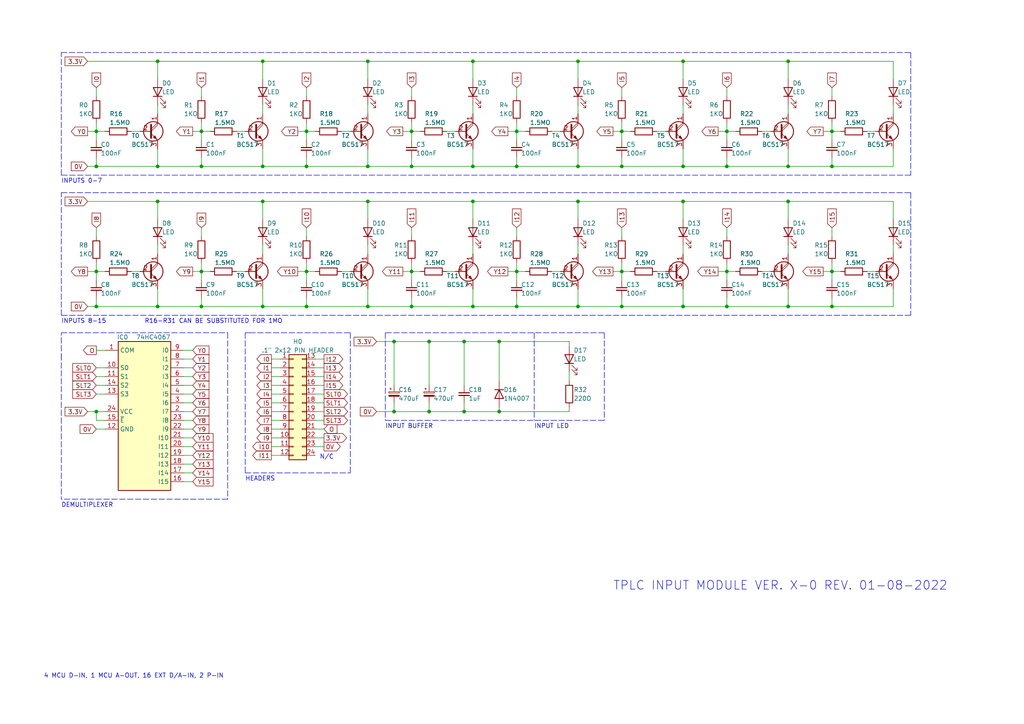
<source format=kicad_sch>
(kicad_sch (version 20211123) (generator eeschema)
  (paper "A4")
  (lib_symbols
    (symbol "74xx:CD74HC4067M"
      (property "Reference" "U?" (at -7.62 22.86 0))
      (property "Value" "74HC4067" (at -2.54 22.86 0))
      (symbol "CD74HC4067M_1_1"
        (pin passive line (at -11.43 19.05 0) (length 3.81) (name "COM") (number "1"))
        (pin input line (at -11.43 13.97 0) (length 3.81) (name "S0") (number "10"))
        (pin input line (at -11.43 11.43 0) (length 3.81) (name "S1") (number "11"))
        (pin power_in line (at -11.43 -3.81 0) (length 3.81) (name "GND") (number "12"))
        (pin input line (at -11.43 6.35 0) (length 3.81) (name "S3") (number "13"))
        (pin input line (at -11.43 8.89 0) (length 3.81) (name "S2") (number "14"))
        (pin input line (at -11.43 -1.27 0) (length 3.81) (name "~{E}") (number "15"))
        (pin passive line (at 11.43 -19.05 180) (length 3.81) (name "I15") (number "16"))
        (pin passive line (at 11.43 -16.51 180) (length 3.81) (name "I14") (number "17"))
        (pin passive line (at 11.43 -13.97 180) (length 3.81) (name "I13") (number "18"))
        (pin passive line (at 11.43 -11.43 180) (length 3.81) (name "I12") (number "19"))
        (pin passive line (at 11.43 1.27 180) (length 3.81) (name "I7") (number "2"))
        (pin passive line (at 11.43 -8.89 180) (length 3.81) (name "I11") (number "20"))
        (pin passive line (at 11.43 -6.35 180) (length 3.81) (name "I10") (number "21"))
        (pin passive line (at 11.43 -3.81 180) (length 3.81) (name "I9") (number "22"))
        (pin passive line (at 11.43 -1.27 180) (length 3.81) (name "I8") (number "23"))
        (pin power_in line (at -11.43 1.27 0) (length 3.81) (name "VCC") (number "24"))
        (pin passive line (at 11.43 3.81 180) (length 3.81) (name "I6") (number "3"))
        (pin passive line (at 11.43 6.35 180) (length 3.81) (name "I5") (number "4"))
        (pin passive line (at 11.43 8.89 180) (length 3.81) (name "I4") (number "5"))
        (pin passive line (at 11.43 11.43 180) (length 3.81) (name "I3") (number "6"))
        (pin passive line (at 11.43 13.97 180) (length 3.81) (name "I2") (number "7"))
        (pin passive line (at 11.43 16.51 180) (length 3.81) (name "I1") (number "8"))
        (pin passive line (at 11.43 19.05 180) (length 3.81) (name "I0") (number "9"))
      )
    )
    (symbol "C_Small_1" (pin_numbers hide) (pin_names (offset 0.254) hide)
      (property "Reference" "C?" (at 2.54 -1.2762 0))
      (property "Value" "C_Small" (at 2.54 -3.81 0))
      (symbol "C_Small_1_1_1"
        (pin passive line (at 0 0 270) (length 2.032) (name "~") (number "1"))
        (pin passive line (at 0 -5.08 90) (length 2.032) (name "~") (number "2"))
      )
    )
    (symbol "Connector_Generic:Conn_02x12_Top_Bottom" (pin_names (offset 1.016) hide)
      (property "Reference" "H0" (at 1.27 19.05 0))
      (property "Value" ".1\" 2x12 PIN HEADER" (at 1.27 16.51 0))
      (symbol "Conn_02x12_Top_Bottom_1_1"
        (pin passive line (at -3.81 12.7 0) (length 2.54) (name "Pin_1") (number "1"))
        (pin passive line (at -3.81 -10.16 0) (length 2.54) (name "Pin_10") (number "10"))
        (pin passive line (at -3.81 -12.7 0) (length 2.54) (name "Pin_11") (number "11"))
        (pin passive line (at -3.81 -15.24 0) (length 2.54) (name "Pin_12") (number "12"))
        (pin passive line (at 6.35 12.7 180) (length 2.54) (name "Pin_13") (number "13"))
        (pin passive line (at 6.35 10.16 180) (length 2.54) (name "Pin_14") (number "14"))
        (pin passive line (at 6.35 7.62 180) (length 2.54) (name "Pin_15") (number "15"))
        (pin passive line (at 6.35 5.08 180) (length 2.54) (name "Pin_16") (number "16"))
        (pin passive line (at 6.35 2.54 180) (length 2.54) (name "Pin_17") (number "17"))
        (pin passive line (at 6.35 0 180) (length 2.54) (name "Pin_18") (number "18"))
        (pin passive line (at 6.35 -2.54 180) (length 2.54) (name "Pin_19") (number "19"))
        (pin passive line (at -3.81 10.16 0) (length 2.54) (name "Pin_2") (number "2"))
        (pin passive line (at 6.35 -5.08 180) (length 2.54) (name "Pin_20") (number "20"))
        (pin passive line (at 6.35 -7.62 180) (length 2.54) (name "Pin_21") (number "21"))
        (pin passive line (at 6.35 -10.16 180) (length 2.54) (name "Pin_22") (number "22"))
        (pin passive line (at 6.35 -12.7 180) (length 2.54) (name "Pin_23") (number "23"))
        (pin passive line (at 6.35 -15.24 180) (length 2.54) (name "Pin_24") (number "24"))
        (pin passive line (at -3.81 7.62 0) (length 2.54) (name "Pin_3") (number "3"))
        (pin passive line (at -3.81 5.08 0) (length 2.54) (name "Pin_4") (number "4"))
        (pin passive line (at -3.81 2.54 0) (length 2.54) (name "Pin_5") (number "5"))
        (pin passive line (at -3.81 0 0) (length 2.54) (name "Pin_6") (number "6"))
        (pin passive line (at -3.81 -2.54 0) (length 2.54) (name "Pin_7") (number "7"))
        (pin passive line (at -3.81 -5.08 0) (length 2.54) (name "Pin_8") (number "8"))
        (pin passive line (at -3.81 -7.62 0) (length 2.54) (name "Pin_9") (number "9"))
      )
    )
    (symbol "Device:C_Polarized_Small" (pin_numbers hide) (pin_names (offset 0.254) hide)
      (property "Reference" "C?" (at 2.54 1.8162 0))
      (property "Value" "C" (at 2.54 -0.7238 0))
      (symbol "C_Polarized_Small_1_1"
        (pin passive line (at 0 0 270) (length 1.8542) (name "~") (number "1"))
        (pin passive line (at 0 -5.08 90) (length 1.8542) (name "~") (number "2"))
      )
    )
    (symbol "Device:LED" (pin_numbers hide) (pin_names (offset 1.016) hide)
      (property "Reference" "D?" (at 0.3174 3.81 90))
      (property "Value" "LED" (at 2.8574 3.81 90))
      (symbol "LED_1_1"
        (pin passive line (at -3.81 0 0) (length 2.54) (name "K") (number "1"))
        (pin passive line (at 3.81 0 180) (length 2.54) (name "A") (number "2"))
      )
    )
    (symbol "Device:R" (pin_numbers hide) (pin_names (offset 0))
      (property "Reference" "R" (at 2.032 0 90))
      (property "Value" "R" (at 0 0 90))
      (symbol "R_1_1"
        (pin passive line (at 0 3.81 270) (length 1.27) (name "~") (number "1"))
        (pin passive line (at 0 -3.81 90) (length 1.27) (name "~") (number "2"))
      )
    )
    (symbol "Diode:1N4007" (pin_numbers hide) (pin_names (offset 1.016) hide)
      (property "Reference" "D?" (at 6.35 1.2701 90))
      (property "Value" "1N4007" (at 4.445 1.27 90))
      (symbol "1N4007_1_1"
        (pin passive line (at 0 0 0) (length 2.54) (name "K") (number "1"))
        (pin passive line (at 7.62 0 180) (length 2.54) (name "A") (number "2"))
      )
    )
    (symbol "Transistor_BJT:BC517" (pin_names (offset 0) hide)
      (property "Reference" "Q?" (at 5.08 1.2701 0))
      (property "Value" "BC517" (at 5.08 -1.2699 0))
      (symbol "BC517_1_1"
        (pin passive line (at 2.54 5.08 270) (length 2.54) (name "C") (number "1"))
        (pin input line (at -2.54 0 0) (length 3.175) (name "B") (number "2"))
        (pin passive line (at 2.54 -5.08 90) (length 2.54) (name "E") (number "3"))
      )
    )
  )
  (junction (at 210.82 38.1))
  (junction (at 58.42 38.1))
  (junction (at 114.3 119.38))
  (junction (at 45.72 48.26))
  (junction (at 149.86 48.26))
  (junction (at 149.86 38.1))
  (junction (at 134.62 119.38))
  (junction (at 241.3 88.9))
  (junction (at 76.2 17.78))
  (junction (at 228.6 88.9))
  (junction (at 167.64 58.42))
  (junction (at 88.9 78.74))
  (junction (at 210.82 88.9))
  (junction (at 228.6 48.26))
  (junction (at 58.42 88.9))
  (junction (at 88.9 48.26))
  (junction (at 27.94 88.9))
  (junction (at 45.72 58.42))
  (junction (at 27.94 38.1))
  (junction (at 149.86 78.74))
  (junction (at 88.9 38.1))
  (junction (at 210.82 48.26))
  (junction (at 134.62 99.06))
  (junction (at 137.16 17.78))
  (junction (at 241.3 78.74))
  (junction (at 198.12 88.9))
  (junction (at 119.38 38.1))
  (junction (at 106.68 48.26))
  (junction (at 106.68 58.42))
  (junction (at 167.64 17.78))
  (junction (at 119.38 48.26))
  (junction (at 45.72 88.9))
  (junction (at 88.9 88.9))
  (junction (at 137.16 88.9))
  (junction (at 198.12 58.42))
  (junction (at 144.78 99.06))
  (junction (at 228.6 58.42))
  (junction (at 228.6 17.78))
  (junction (at 58.42 48.26))
  (junction (at 76.2 88.9))
  (junction (at 45.72 17.78))
  (junction (at 149.86 88.9))
  (junction (at 180.34 48.26))
  (junction (at 119.38 88.9))
  (junction (at 180.34 38.1))
  (junction (at 144.78 119.38))
  (junction (at 106.68 88.9))
  (junction (at 27.94 78.74))
  (junction (at 180.34 78.74))
  (junction (at 210.82 78.74))
  (junction (at 27.94 119.38))
  (junction (at 198.12 48.26))
  (junction (at 137.16 48.26))
  (junction (at 241.3 48.26))
  (junction (at 124.46 119.38))
  (junction (at 137.16 58.42))
  (junction (at 106.68 17.78))
  (junction (at 27.94 48.26))
  (junction (at 167.64 48.26))
  (junction (at 58.42 78.74))
  (junction (at 124.46 99.06))
  (junction (at 198.12 17.78))
  (junction (at 167.64 88.9))
  (junction (at 76.2 58.42))
  (junction (at 241.3 38.1))
  (junction (at 119.38 78.74))
  (junction (at 114.3 99.06))
  (junction (at 76.2 48.26))
  (junction (at 180.34 88.9))
  (wire (pts (xy 198.12 30.48) (xy 198.12 33.02)))
  (wire (pts (xy 210.82 81.28) (xy 210.82 78.74)))
  (wire (pts (xy 149.86 81.28) (xy 149.86 78.74)))
  (wire (pts (xy 55.88 101.6) (xy 53.34 101.6)))
  (wire (pts (xy 228.6 63.5) (xy 228.6 58.42)))
  (wire (pts (xy 27.94 109.22) (xy 30.48 109.22)))
  (wire (pts (xy 45.72 63.5) (xy 45.72 58.42)))
  (wire (pts (xy 210.82 88.9) (xy 228.6 88.9)))
  (wire (pts (xy 25.4 38.1) (xy 27.94 38.1)))
  (wire (pts (xy 55.88 114.3) (xy 53.34 114.3)))
  (wire (pts (xy 119.38 66.04) (xy 119.38 68.58)))
  (wire (pts (xy 27.94 114.3) (xy 30.48 114.3)))
  (polyline (pts (xy 111.76 96.52) (xy 111.76 121.92)))
  (wire (pts (xy 106.68 88.9) (xy 119.38 88.9)))
  (wire (pts (xy 124.46 119.38) (xy 134.62 119.38)))
  (wire (pts (xy 228.6 22.86) (xy 228.6 17.78)))
  (wire (pts (xy 228.6 48.26) (xy 241.3 48.26)))
  (wire (pts (xy 180.34 78.74) (xy 182.88 78.74)))
  (wire (pts (xy 210.82 48.26) (xy 228.6 48.26)))
  (wire (pts (xy 91.44 129.54) (xy 93.98 129.54)))
  (wire (pts (xy 208.28 78.74) (xy 210.82 78.74)))
  (wire (pts (xy 149.86 38.1) (xy 152.4 38.1)))
  (wire (pts (xy 210.82 78.74) (xy 213.36 78.74)))
  (wire (pts (xy 93.98 114.3) (xy 91.44 114.3)))
  (wire (pts (xy 137.16 43.18) (xy 137.16 48.26)))
  (wire (pts (xy 25.4 78.74) (xy 27.94 78.74)))
  (wire (pts (xy 88.9 66.04) (xy 88.9 68.58)))
  (wire (pts (xy 198.12 88.9) (xy 210.82 88.9)))
  (wire (pts (xy 144.78 119.38) (xy 144.78 118.11)))
  (polyline (pts (xy 17.78 104.14) (xy 17.78 96.52)))
  (wire (pts (xy 78.74 111.76) (xy 81.28 111.76)))
  (polyline (pts (xy 175.26 96.52) (xy 111.76 96.52)))
  (wire (pts (xy 76.2 83.82) (xy 76.2 88.9)))
  (wire (pts (xy 210.82 88.9) (xy 210.82 86.36)))
  (wire (pts (xy 259.08 30.48) (xy 259.08 33.02)))
  (wire (pts (xy 106.68 63.5) (xy 106.68 58.42)))
  (wire (pts (xy 106.68 30.48) (xy 106.68 33.02)))
  (wire (pts (xy 93.98 111.76) (xy 91.44 111.76)))
  (wire (pts (xy 88.9 40.64) (xy 88.9 38.1)))
  (wire (pts (xy 27.94 66.04) (xy 27.94 68.58)))
  (wire (pts (xy 223.52 78.74) (xy 220.98 78.74)))
  (wire (pts (xy 109.22 99.06) (xy 114.3 99.06)))
  (wire (pts (xy 193.04 38.1) (xy 190.5 38.1)))
  (wire (pts (xy 25.4 58.42) (xy 45.72 58.42)))
  (wire (pts (xy 165.1 99.06) (xy 144.78 99.06)))
  (wire (pts (xy 27.94 119.38) (xy 30.48 119.38)))
  (wire (pts (xy 167.64 58.42) (xy 198.12 58.42)))
  (wire (pts (xy 228.6 71.12) (xy 228.6 73.66)))
  (wire (pts (xy 147.32 38.1) (xy 149.86 38.1)))
  (polyline (pts (xy 154.94 96.52) (xy 154.94 121.92)))
  (wire (pts (xy 137.16 83.82) (xy 137.16 88.9)))
  (wire (pts (xy 241.3 88.9) (xy 259.08 88.9)))
  (wire (pts (xy 93.98 109.22) (xy 91.44 109.22)))
  (wire (pts (xy 27.94 101.6) (xy 30.48 101.6)))
  (polyline (pts (xy 71.12 96.52) (xy 71.12 137.16)))
  (wire (pts (xy 25.4 119.38) (xy 27.94 119.38)))
  (polyline (pts (xy 17.78 96.52) (xy 66.04 96.52)))
  (wire (pts (xy 88.9 48.26) (xy 88.9 45.72)))
  (wire (pts (xy 210.82 48.26) (xy 210.82 45.72)))
  (polyline (pts (xy 17.78 55.88) (xy 264.16 55.88)))
  (polyline (pts (xy 17.78 91.44) (xy 17.78 55.88)))
  (wire (pts (xy 241.3 38.1) (xy 243.84 38.1)))
  (wire (pts (xy 241.3 81.28) (xy 241.3 78.74)))
  (polyline (pts (xy 72.39 96.52) (xy 71.12 96.52)))
  (wire (pts (xy 55.88 116.84) (xy 53.34 116.84)))
  (wire (pts (xy 71.12 38.1) (xy 68.58 38.1)))
  (wire (pts (xy 88.9 35.56) (xy 88.9 38.1)))
  (polyline (pts (xy 72.39 96.52) (xy 101.6 96.52)))
  (wire (pts (xy 124.46 119.38) (xy 114.3 119.38)))
  (wire (pts (xy 25.4 88.9) (xy 27.94 88.9)))
  (wire (pts (xy 210.82 76.2) (xy 210.82 78.74)))
  (wire (pts (xy 30.48 121.92) (xy 27.94 121.92)))
  (wire (pts (xy 241.3 88.9) (xy 241.3 86.36)))
  (wire (pts (xy 55.88 124.46) (xy 53.34 124.46)))
  (wire (pts (xy 134.62 99.06) (xy 134.62 111.76)))
  (wire (pts (xy 198.12 22.86) (xy 198.12 17.78)))
  (wire (pts (xy 55.88 38.1) (xy 58.42 38.1)))
  (wire (pts (xy 132.08 38.1) (xy 129.54 38.1)))
  (wire (pts (xy 238.76 38.1) (xy 241.3 38.1)))
  (wire (pts (xy 114.3 99.06) (xy 114.3 111.76)))
  (wire (pts (xy 78.74 106.68) (xy 81.28 106.68)))
  (wire (pts (xy 40.64 78.74) (xy 38.1 78.74)))
  (wire (pts (xy 149.86 35.56) (xy 149.86 38.1)))
  (wire (pts (xy 76.2 58.42) (xy 106.68 58.42)))
  (wire (pts (xy 55.88 109.22) (xy 53.34 109.22)))
  (wire (pts (xy 58.42 35.56) (xy 58.42 38.1)))
  (polyline (pts (xy 17.78 50.8) (xy 17.78 15.24)))
  (wire (pts (xy 76.2 17.78) (xy 106.68 17.78)))
  (wire (pts (xy 45.72 48.26) (xy 58.42 48.26)))
  (wire (pts (xy 76.2 30.48) (xy 76.2 33.02)))
  (wire (pts (xy 134.62 99.06) (xy 144.78 99.06)))
  (wire (pts (xy 198.12 17.78) (xy 228.6 17.78)))
  (wire (pts (xy 137.16 88.9) (xy 149.86 88.9)))
  (wire (pts (xy 134.62 116.84) (xy 134.62 119.38)))
  (wire (pts (xy 45.72 17.78) (xy 76.2 17.78)))
  (wire (pts (xy 58.42 81.28) (xy 58.42 78.74)))
  (wire (pts (xy 78.74 127) (xy 81.28 127)))
  (wire (pts (xy 119.38 78.74) (xy 121.92 78.74)))
  (wire (pts (xy 228.6 83.82) (xy 228.6 88.9)))
  (wire (pts (xy 58.42 48.26) (xy 76.2 48.26)))
  (wire (pts (xy 45.72 43.18) (xy 45.72 48.26)))
  (wire (pts (xy 149.86 66.04) (xy 149.86 68.58)))
  (wire (pts (xy 27.94 88.9) (xy 27.94 86.36)))
  (wire (pts (xy 167.64 83.82) (xy 167.64 88.9)))
  (wire (pts (xy 114.3 116.84) (xy 114.3 119.38)))
  (wire (pts (xy 119.38 48.26) (xy 119.38 45.72)))
  (wire (pts (xy 144.78 99.06) (xy 144.78 110.49)))
  (wire (pts (xy 193.04 78.74) (xy 190.5 78.74)))
  (wire (pts (xy 88.9 48.26) (xy 106.68 48.26)))
  (wire (pts (xy 88.9 88.9) (xy 106.68 88.9)))
  (wire (pts (xy 45.72 88.9) (xy 58.42 88.9)))
  (wire (pts (xy 78.74 114.3) (xy 81.28 114.3)))
  (wire (pts (xy 106.68 22.86) (xy 106.68 17.78)))
  (wire (pts (xy 124.46 99.06) (xy 134.62 99.06)))
  (wire (pts (xy 259.08 43.18) (xy 259.08 48.26)))
  (wire (pts (xy 162.56 38.1) (xy 160.02 38.1)))
  (wire (pts (xy 210.82 38.1) (xy 213.36 38.1)))
  (wire (pts (xy 45.72 22.86) (xy 45.72 17.78)))
  (wire (pts (xy 106.68 83.82) (xy 106.68 88.9)))
  (wire (pts (xy 119.38 25.4) (xy 119.38 27.94)))
  (wire (pts (xy 167.64 22.86) (xy 167.64 17.78)))
  (wire (pts (xy 198.12 71.12) (xy 198.12 73.66)))
  (wire (pts (xy 198.12 83.82) (xy 198.12 88.9)))
  (wire (pts (xy 132.08 78.74) (xy 129.54 78.74)))
  (wire (pts (xy 180.34 38.1) (xy 182.88 38.1)))
  (wire (pts (xy 177.8 38.1) (xy 180.34 38.1)))
  (wire (pts (xy 149.86 88.9) (xy 167.64 88.9)))
  (wire (pts (xy 45.72 83.82) (xy 45.72 88.9)))
  (wire (pts (xy 78.74 119.38) (xy 81.28 119.38)))
  (wire (pts (xy 27.94 25.4) (xy 27.94 27.94)))
  (wire (pts (xy 27.94 48.26) (xy 45.72 48.26)))
  (wire (pts (xy 58.42 38.1) (xy 60.96 38.1)))
  (wire (pts (xy 241.3 40.64) (xy 241.3 38.1)))
  (wire (pts (xy 149.86 48.26) (xy 167.64 48.26)))
  (wire (pts (xy 165.1 107.95) (xy 165.1 110.49)))
  (wire (pts (xy 228.6 17.78) (xy 259.08 17.78)))
  (wire (pts (xy 134.62 119.38) (xy 144.78 119.38)))
  (polyline (pts (xy 264.16 91.44) (xy 17.78 91.44)))
  (wire (pts (xy 76.2 71.12) (xy 76.2 73.66)))
  (wire (pts (xy 106.68 58.42) (xy 137.16 58.42)))
  (wire (pts (xy 27.94 35.56) (xy 27.94 38.1)))
  (wire (pts (xy 106.68 43.18) (xy 106.68 48.26)))
  (wire (pts (xy 198.12 63.5) (xy 198.12 58.42)))
  (wire (pts (xy 93.98 106.68) (xy 91.44 106.68)))
  (wire (pts (xy 167.64 71.12) (xy 167.64 73.66)))
  (wire (pts (xy 144.78 119.38) (xy 165.1 119.38)))
  (wire (pts (xy 58.42 48.26) (xy 58.42 45.72)))
  (polyline (pts (xy 17.78 15.24) (xy 264.16 15.24)))
  (wire (pts (xy 167.64 63.5) (xy 167.64 58.42)))
  (wire (pts (xy 177.8 78.74) (xy 180.34 78.74)))
  (polyline (pts (xy 175.26 96.52) (xy 175.26 121.92)))
  (wire (pts (xy 180.34 48.26) (xy 180.34 45.72)))
  (wire (pts (xy 58.42 76.2) (xy 58.42 78.74)))
  (wire (pts (xy 93.98 119.38) (xy 91.44 119.38)))
  (wire (pts (xy 55.88 137.16) (xy 53.34 137.16)))
  (wire (pts (xy 55.88 106.68) (xy 53.34 106.68)))
  (polyline (pts (xy 101.6 96.52) (xy 101.6 137.16)))
  (wire (pts (xy 101.6 78.74) (xy 99.06 78.74)))
  (wire (pts (xy 259.08 83.82) (xy 259.08 88.9)))
  (wire (pts (xy 27.94 124.46) (xy 30.48 124.46)))
  (wire (pts (xy 119.38 40.64) (xy 119.38 38.1)))
  (wire (pts (xy 78.74 129.54) (xy 81.28 129.54)))
  (wire (pts (xy 241.3 78.74) (xy 243.84 78.74)))
  (wire (pts (xy 259.08 63.5) (xy 259.08 58.42)))
  (polyline (pts (xy 264.16 50.8) (xy 17.78 50.8)))
  (wire (pts (xy 106.68 17.78) (xy 137.16 17.78)))
  (wire (pts (xy 210.82 35.56) (xy 210.82 38.1)))
  (wire (pts (xy 106.68 71.12) (xy 106.68 73.66)))
  (wire (pts (xy 93.98 124.46) (xy 91.44 124.46)))
  (wire (pts (xy 27.94 40.64) (xy 27.94 38.1)))
  (wire (pts (xy 114.3 99.06) (xy 124.46 99.06)))
  (wire (pts (xy 78.74 109.22) (xy 81.28 109.22)))
  (wire (pts (xy 27.94 106.68) (xy 30.48 106.68)))
  (wire (pts (xy 27.94 78.74) (xy 30.48 78.74)))
  (polyline (pts (xy 71.12 137.16) (xy 101.6 137.16)))
  (wire (pts (xy 55.88 104.14) (xy 53.34 104.14)))
  (wire (pts (xy 238.76 78.74) (xy 241.3 78.74)))
  (wire (pts (xy 101.6 38.1) (xy 99.06 38.1)))
  (wire (pts (xy 58.42 88.9) (xy 58.42 86.36)))
  (wire (pts (xy 228.6 88.9) (xy 241.3 88.9)))
  (wire (pts (xy 78.74 124.46) (xy 81.28 124.46)))
  (wire (pts (xy 210.82 66.04) (xy 210.82 68.58)))
  (wire (pts (xy 45.72 30.48) (xy 45.72 33.02)))
  (wire (pts (xy 27.94 38.1) (xy 30.48 38.1)))
  (wire (pts (xy 165.1 100.33) (xy 165.1 99.06)))
  (wire (pts (xy 25.4 48.26) (xy 27.94 48.26)))
  (wire (pts (xy 88.9 38.1) (xy 91.44 38.1)))
  (wire (pts (xy 25.4 17.78) (xy 45.72 17.78)))
  (wire (pts (xy 241.3 25.4) (xy 241.3 27.94)))
  (wire (pts (xy 58.42 66.04) (xy 58.42 68.58)))
  (wire (pts (xy 210.82 25.4) (xy 210.82 27.94)))
  (wire (pts (xy 137.16 17.78) (xy 167.64 17.78)))
  (wire (pts (xy 167.64 43.18) (xy 167.64 48.26)))
  (wire (pts (xy 119.38 38.1) (xy 121.92 38.1)))
  (wire (pts (xy 137.16 48.26) (xy 149.86 48.26)))
  (wire (pts (xy 149.86 48.26) (xy 149.86 45.72)))
  (wire (pts (xy 167.64 30.48) (xy 167.64 33.02)))
  (wire (pts (xy 198.12 43.18) (xy 198.12 48.26)))
  (wire (pts (xy 147.32 78.74) (xy 149.86 78.74)))
  (wire (pts (xy 180.34 48.26) (xy 198.12 48.26)))
  (wire (pts (xy 137.16 30.48) (xy 137.16 33.02)))
  (wire (pts (xy 137.16 22.86) (xy 137.16 17.78)))
  (wire (pts (xy 198.12 58.42) (xy 228.6 58.42)))
  (wire (pts (xy 116.84 38.1) (xy 119.38 38.1)))
  (wire (pts (xy 114.3 119.38) (xy 109.22 119.38)))
  (wire (pts (xy 180.34 76.2) (xy 180.34 78.74)))
  (wire (pts (xy 76.2 63.5) (xy 76.2 58.42)))
  (wire (pts (xy 180.34 25.4) (xy 180.34 27.94)))
  (wire (pts (xy 93.98 104.14) (xy 91.44 104.14)))
  (wire (pts (xy 55.88 119.38) (xy 53.34 119.38)))
  (wire (pts (xy 259.08 71.12) (xy 259.08 73.66)))
  (wire (pts (xy 27.94 88.9) (xy 45.72 88.9)))
  (wire (pts (xy 27.94 76.2) (xy 27.94 78.74)))
  (wire (pts (xy 180.34 35.56) (xy 180.34 38.1)))
  (wire (pts (xy 58.42 25.4) (xy 58.42 27.94)))
  (wire (pts (xy 45.72 71.12) (xy 45.72 73.66)))
  (wire (pts (xy 223.52 38.1) (xy 220.98 38.1)))
  (wire (pts (xy 71.12 78.74) (xy 68.58 78.74)))
  (wire (pts (xy 78.74 121.92) (xy 81.28 121.92)))
  (wire (pts (xy 149.86 40.64) (xy 149.86 38.1)))
  (wire (pts (xy 119.38 35.56) (xy 119.38 38.1)))
  (wire (pts (xy 76.2 43.18) (xy 76.2 48.26)))
  (wire (pts (xy 137.16 63.5) (xy 137.16 58.42)))
  (wire (pts (xy 198.12 48.26) (xy 210.82 48.26)))
  (wire (pts (xy 180.34 88.9) (xy 180.34 86.36)))
  (wire (pts (xy 76.2 22.86) (xy 76.2 17.78)))
  (wire (pts (xy 137.16 71.12) (xy 137.16 73.66)))
  (wire (pts (xy 228.6 30.48) (xy 228.6 33.02)))
  (wire (pts (xy 241.3 48.26) (xy 259.08 48.26)))
  (wire (pts (xy 208.28 38.1) (xy 210.82 38.1)))
  (wire (pts (xy 149.86 78.74) (xy 152.4 78.74)))
  (polyline (pts (xy 66.04 96.52) (xy 66.04 144.78)))
  (wire (pts (xy 119.38 88.9) (xy 119.38 86.36)))
  (wire (pts (xy 88.9 76.2) (xy 88.9 78.74)))
  (wire (pts (xy 241.3 66.04) (xy 241.3 68.58)))
  (wire (pts (xy 76.2 88.9) (xy 88.9 88.9)))
  (wire (pts (xy 124.46 99.06) (xy 124.46 111.76)))
  (polyline (pts (xy 66.04 144.78) (xy 17.78 144.78)))
  (wire (pts (xy 55.88 139.7) (xy 53.34 139.7)))
  (wire (pts (xy 88.9 88.9) (xy 88.9 86.36)))
  (wire (pts (xy 55.88 111.76) (xy 53.34 111.76)))
  (wire (pts (xy 124.46 116.84) (xy 124.46 119.38)))
  (wire (pts (xy 241.3 48.26) (xy 241.3 45.72)))
  (wire (pts (xy 180.34 40.64) (xy 180.34 38.1)))
  (wire (pts (xy 93.98 127) (xy 91.44 127)))
  (wire (pts (xy 149.86 76.2) (xy 149.86 78.74)))
  (wire (pts (xy 180.34 81.28) (xy 180.34 78.74)))
  (wire (pts (xy 55.88 134.62) (xy 53.34 134.62)))
  (wire (pts (xy 27.94 48.26) (xy 27.94 45.72)))
  (wire (pts (xy 45.72 58.42) (xy 76.2 58.42)))
  (wire (pts (xy 40.64 38.1) (xy 38.1 38.1)))
  (wire (pts (xy 119.38 81.28) (xy 119.38 78.74)))
  (wire (pts (xy 106.68 48.26) (xy 119.38 48.26)))
  (wire (pts (xy 165.1 118.11) (xy 165.1 119.38)))
  (polyline (pts (xy 264.16 15.24) (xy 264.16 50.8)))
  (wire (pts (xy 149.86 25.4) (xy 149.86 27.94)))
  (wire (pts (xy 76.2 48.26) (xy 88.9 48.26)))
  (wire (pts (xy 259.08 22.86) (xy 259.08 17.78)))
  (wire (pts (xy 86.36 38.1) (xy 88.9 38.1)))
  (wire (pts (xy 228.6 43.18) (xy 228.6 48.26)))
  (wire (pts (xy 55.88 132.08) (xy 53.34 132.08)))
  (wire (pts (xy 119.38 88.9) (xy 137.16 88.9)))
  (wire (pts (xy 78.74 104.14) (xy 81.28 104.14)))
  (wire (pts (xy 58.42 88.9) (xy 76.2 88.9)))
  (wire (pts (xy 137.16 58.42) (xy 167.64 58.42)))
  (wire (pts (xy 78.74 116.84) (xy 81.28 116.84)))
  (wire (pts (xy 88.9 81.28) (xy 88.9 78.74)))
  (polyline (pts (xy 17.78 102.87) (xy 17.78 144.78)))
  (wire (pts (xy 228.6 58.42) (xy 259.08 58.42)))
  (wire (pts (xy 167.64 17.78) (xy 198.12 17.78)))
  (wire (pts (xy 88.9 78.74) (xy 91.44 78.74)))
  (wire (pts (xy 58.42 78.74) (xy 60.96 78.74)))
  (polyline (pts (xy 111.76 121.92) (xy 175.26 121.92)))
  (wire (pts (xy 254 78.74) (xy 251.46 78.74)))
  (wire (pts (xy 119.38 76.2) (xy 119.38 78.74)))
  (wire (pts (xy 78.74 132.08) (xy 81.28 132.08)))
  (wire (pts (xy 162.56 78.74) (xy 160.02 78.74)))
  (wire (pts (xy 88.9 25.4) (xy 88.9 27.94)))
  (wire (pts (xy 58.42 40.64) (xy 58.42 38.1)))
  (wire (pts (xy 27.94 111.76) (xy 30.48 111.76)))
  (wire (pts (xy 116.84 78.74) (xy 119.38 78.74)))
  (wire (pts (xy 93.98 121.92) (xy 91.44 121.92)))
  (wire (pts (xy 86.36 78.74) (xy 88.9 78.74)))
  (wire (pts (xy 167.64 88.9) (xy 180.34 88.9)))
  (wire (pts (xy 241.3 76.2) (xy 241.3 78.74)))
  (wire (pts (xy 180.34 88.9) (xy 198.12 88.9)))
  (wire (pts (xy 93.98 116.84) (xy 91.44 116.84)))
  (polyline (pts (xy 264.16 55.88) (xy 264.16 91.44)))
  (wire (pts (xy 119.38 48.26) (xy 137.16 48.26)))
  (wire (pts (xy 180.34 66.04) (xy 180.34 68.58)))
  (wire (pts (xy 254 38.1) (xy 251.46 38.1)))
  (wire (pts (xy 149.86 88.9) (xy 149.86 86.36)))
  (wire (pts (xy 55.88 121.92) (xy 53.34 121.92)))
  (wire (pts (xy 55.88 127) (xy 53.34 127)))
  (wire (pts (xy 27.94 81.28) (xy 27.94 78.74)))
  (wire (pts (xy 27.94 121.92) (xy 27.94 119.38)))
  (wire (pts (xy 55.88 78.74) (xy 58.42 78.74)))
  (wire (pts (xy 210.82 40.64) (xy 210.82 38.1)))
  (wire (pts (xy 241.3 35.56) (xy 241.3 38.1)))
  (wire (pts (xy 55.88 129.54) (xy 53.34 129.54)))
  (wire (pts (xy 167.64 48.26) (xy 180.34 48.26)))
  (text "INPUT BUFFER" (at 111.76 124.46 0) (effects (font (size 1.27 1.27)) (justify left bottom)))
  (text "HEADERS" (at 71.12 139.7 0) (effects (font (size 1.27 1.27)) (justify left bottom)))
  (text "INPUTS 0-7" (at 17.78 53.34 0) (effects (font (size 1.27 1.27)) (justify left bottom)))
  (text "R16-R31 CAN BE SUBSTITUTED FOR 1MO" (at 41.91 93.98 0) (effects (font (size 1.27 1.27)) (justify left bottom)))
  (text "4 MCU D-IN, 1 MCU A-OUT, 16 EXT D/A-IN, 2 P-IN" (at 12.7 196.85 0) (effects (font (size 1.27 1.27)) (justify left bottom)))
  (text "INPUT LED" (at 154.94 124.46 0) (effects (font (size 1.27 1.27)) (justify left bottom)))
  (text "DEMULTIPLEXER" (at 17.78 147.32 0) (effects (font (size 1.27 1.27)) (justify left bottom)))
  (text "INPUTS 8-15" (at 17.78 93.98 0) (effects (font (size 1.27 1.27)) (justify left bottom)))
  (text "N/C" (at 92.71 133.35 0) (effects (font (size 1.27 1.27)) (justify left bottom)))
  (text "TPLC INPUT MODULE VER. X-0 REV. 01-08-2022" (at 177.8 171.45 0) (effects (font (size 2.54 2.54)) (justify left bottom)))
  (global_label "Y2" (shape output) (at 86.36 38.1 180) (property "Intersheet References" "${INTERSHEET_REFS}" (effects hide)))
  (global_label "Y14" (shape output) (at 208.28 78.74 180) (property "Intersheet References" "${INTERSHEET_REFS}" (effects hide)))
  (global_label "SLT1" (shape output) (at 93.98 116.84 0) (property "Intersheet References" "${INTERSHEET_REFS}" (effects hide)))
  (global_label "Y1" (shape input) (at 55.88 104.14 0) (property "Intersheet References" "${INTERSHEET_REFS}" (effects hide)))
  (global_label "I9" (shape input) (at 58.42 66.04 90) (property "Intersheet References" "${INTERSHEET_REFS}" (effects hide)))
  (global_label "Y14" (shape input) (at 55.88 137.16 0) (property "Intersheet References" "${INTERSHEET_REFS}" (effects hide)))
  (global_label "SLT3" (shape output) (at 93.98 121.92 0) (property "Intersheet References" "${INTERSHEET_REFS}" (effects hide)))
  (global_label "Y13" (shape input) (at 55.88 134.62 0) (property "Intersheet References" "${INTERSHEET_REFS}" (effects hide)))
  (global_label "I14" (shape output) (at 93.98 109.22 0) (property "Intersheet References" "${INTERSHEET_REFS}" (effects hide)))
  (global_label "3.3V" (shape input) (at 25.4 58.42 180) (property "Intersheet References" "${INTERSHEET_REFS}" (effects hide)))
  (global_label "Y10" (shape output) (at 86.36 78.74 180) (property "Intersheet References" "${INTERSHEET_REFS}" (effects hide)))
  (global_label "0V" (shape input) (at 25.4 48.26 180) (property "Intersheet References" "${INTERSHEET_REFS}" (effects hide)))
  (global_label "I6" (shape output) (at 78.74 119.38 180) (property "Intersheet References" "${INTERSHEET_REFS}" (effects hide)))
  (global_label "I4" (shape input) (at 149.86 25.4 90) (property "Intersheet References" "${INTERSHEET_REFS}" (effects hide)))
  (global_label "Y1" (shape output) (at 55.88 38.1 180) (property "Intersheet References" "${INTERSHEET_REFS}" (effects hide)))
  (global_label "Y12" (shape input) (at 55.88 132.08 0) (property "Intersheet References" "${INTERSHEET_REFS}" (effects hide)))
  (global_label "I15" (shape input) (at 241.3 66.04 90) (property "Intersheet References" "${INTERSHEET_REFS}" (effects hide)))
  (global_label "Y11" (shape input) (at 55.88 129.54 0) (property "Intersheet References" "${INTERSHEET_REFS}" (effects hide)))
  (global_label "I10" (shape input) (at 88.9 66.04 90) (property "Intersheet References" "${INTERSHEET_REFS}" (effects hide)))
  (global_label "Y5" (shape input) (at 55.88 114.3 0) (property "Intersheet References" "${INTERSHEET_REFS}" (effects hide)))
  (global_label "I7" (shape input) (at 241.3 25.4 90) (property "Intersheet References" "${INTERSHEET_REFS}" (effects hide)))
  (global_label "Y3" (shape output) (at 116.84 38.1 180) (property "Intersheet References" "${INTERSHEET_REFS}" (effects hide)))
  (global_label "I10" (shape output) (at 78.74 129.54 180) (property "Intersheet References" "${INTERSHEET_REFS}" (effects hide)))
  (global_label "I2" (shape input) (at 88.9 25.4 90) (property "Intersheet References" "${INTERSHEET_REFS}" (effects hide)))
  (global_label "Y12" (shape output) (at 147.32 78.74 180) (property "Intersheet References" "${INTERSHEET_REFS}" (effects hide)))
  (global_label "Y11" (shape output) (at 116.84 78.74 180) (property "Intersheet References" "${INTERSHEET_REFS}" (effects hide)))
  (global_label "Y4" (shape input) (at 55.88 111.76 0) (property "Intersheet References" "${INTERSHEET_REFS}" (effects hide)))
  (global_label "Y15" (shape input) (at 55.88 139.7 0) (property "Intersheet References" "${INTERSHEET_REFS}" (effects hide)))
  (global_label "Y3" (shape input) (at 55.88 109.22 0) (property "Intersheet References" "${INTERSHEET_REFS}" (effects hide)))
  (global_label "Y10" (shape input) (at 55.88 127 0) (property "Intersheet References" "${INTERSHEET_REFS}" (effects hide)))
  (global_label "Y9" (shape input) (at 55.88 124.46 0) (property "Intersheet References" "${INTERSHEET_REFS}" (effects hide)))
  (global_label "Y6" (shape output) (at 208.28 38.1 180) (property "Intersheet References" "${INTERSHEET_REFS}" (effects hide)))
  (global_label "0V" (shape input) (at 27.94 124.46 180) (property "Intersheet References" "${INTERSHEET_REFS}" (effects hide)))
  (global_label "3.3V" (shape input) (at 25.4 119.38 180) (property "Intersheet References" "${INTERSHEET_REFS}" (effects hide)))
  (global_label "I1" (shape input) (at 58.42 25.4 90) (property "Intersheet References" "${INTERSHEET_REFS}" (effects hide)))
  (global_label "I12" (shape input) (at 149.86 66.04 90) (property "Intersheet References" "${INTERSHEET_REFS}" (effects hide)))
  (global_label "0V" (shape input) (at 109.22 119.38 180) (property "Intersheet References" "${INTERSHEET_REFS}" (effects hide)))
  (global_label "I0" (shape input) (at 27.94 25.4 90) (property "Intersheet References" "${INTERSHEET_REFS}" (effects hide)))
  (global_label "I3" (shape input) (at 119.38 25.4 90) (property "Intersheet References" "${INTERSHEET_REFS}" (effects hide)))
  (global_label "Y8" (shape output) (at 25.4 78.74 180) (property "Intersheet References" "${INTERSHEET_REFS}" (effects hide)))
  (global_label "I15" (shape output) (at 93.98 111.76 0) (property "Intersheet References" "${INTERSHEET_REFS}" (effects hide)))
  (global_label "3.3V" (shape input) (at 25.4 17.78 180) (property "Intersheet References" "${INTERSHEET_REFS}" (effects hide)))
  (global_label "Y9" (shape output) (at 55.88 78.74 180) (property "Intersheet References" "${INTERSHEET_REFS}" (effects hide)))
  (global_label "Y2" (shape input) (at 55.88 106.68 0) (property "Intersheet References" "${INTERSHEET_REFS}" (effects hide)))
  (global_label "I11" (shape output) (at 78.74 132.08 180) (property "Intersheet References" "${INTERSHEET_REFS}" (effects hide)))
  (global_label "O" (shape input) (at 93.98 124.46 0) (property "Intersheet References" "${INTERSHEET_REFS}" (effects hide)))
  (global_label "3.3V" (shape output) (at 93.98 127 0) (property "Intersheet References" "${INTERSHEET_REFS}" (effects hide)))
  (global_label "I3" (shape output) (at 78.74 111.76 180) (property "Intersheet References" "${INTERSHEET_REFS}" (effects hide)))
  (global_label "Y5" (shape output) (at 177.8 38.1 180) (property "Intersheet References" "${INTERSHEET_REFS}" (effects hide)))
  (global_label "I9" (shape output) (at 78.74 127 180) (property "Intersheet References" "${INTERSHEET_REFS}" (effects hide)))
  (global_label "SLT1" (shape input) (at 27.94 109.22 180) (property "Intersheet References" "${INTERSHEET_REFS}" (effects hide)))
  (global_label "Y7" (shape input) (at 55.88 119.38 0) (property "Intersheet References" "${INTERSHEET_REFS}" (effects hide)))
  (global_label "SLT2" (shape input) (at 27.94 111.76 180) (property "Intersheet References" "${INTERSHEET_REFS}" (effects hide)))
  (global_label "Y0" (shape output) (at 25.4 38.1 180) (property "Intersheet References" "${INTERSHEET_REFS}" (effects hide)))
  (global_label "SLT2" (shape output) (at 93.98 119.38 0) (property "Intersheet References" "${INTERSHEET_REFS}" (effects hide)))
  (global_label "I13" (shape input) (at 180.34 66.04 90) (property "Intersheet References" "${INTERSHEET_REFS}" (effects hide)))
  (global_label "O" (shape output) (at 27.94 101.6 180) (property "Intersheet References" "${INTERSHEET_REFS}" (effects hide)))
  (global_label "I5" (shape output) (at 78.74 116.84 180) (property "Intersheet References" "${INTERSHEET_REFS}" (effects hide)))
  (global_label "I1" (shape output) (at 78.74 106.68 180) (property "Intersheet References" "${INTERSHEET_REFS}" (effects hide)))
  (global_label "I13" (shape output) (at 93.98 106.68 0) (property "Intersheet References" "${INTERSHEET_REFS}" (effects hide)))
  (global_label "I14" (shape input) (at 210.82 66.04 90) (property "Intersheet References" "${INTERSHEET_REFS}" (effects hide)))
  (global_label "I5" (shape input) (at 180.34 25.4 90) (property "Intersheet References" "${INTERSHEET_REFS}" (effects hide)))
  (global_label "I4" (shape output) (at 78.74 114.3 180) (property "Intersheet References" "${INTERSHEET_REFS}" (effects hide)))
  (global_label "3.3V" (shape input) (at 109.22 99.06 180) (property "Intersheet References" "${INTERSHEET_REFS}" (effects hide)))
  (global_label "Y8" (shape input) (at 55.88 121.92 0) (property "Intersheet References" "${INTERSHEET_REFS}" (effects hide)))
  (global_label "I2" (shape output) (at 78.74 109.22 180) (property "Intersheet References" "${INTERSHEET_REFS}" (effects hide)))
  (global_label "SLT0" (shape input) (at 27.94 106.68 180) (property "Intersheet References" "${INTERSHEET_REFS}" (effects hide)))
  (global_label "I11" (shape input) (at 119.38 66.04 90) (property "Intersheet References" "${INTERSHEET_REFS}" (effects hide)))
  (global_label "I0" (shape output) (at 78.74 104.14 180) (property "Intersheet References" "${INTERSHEET_REFS}" (effects hide)))
  (global_label "Y15" (shape output) (at 238.76 78.74 180) (property "Intersheet References" "${INTERSHEET_REFS}" (effects hide)))
  (global_label "I6" (shape input) (at 210.82 25.4 90) (property "Intersheet References" "${INTERSHEET_REFS}" (effects hide)))
  (global_label "I8" (shape output) (at 78.74 124.46 180) (property "Intersheet References" "${INTERSHEET_REFS}" (effects hide)))
  (global_label "SLT0" (shape output) (at 93.98 114.3 0) (property "Intersheet References" "${INTERSHEET_REFS}" (effects hide)))
  (global_label "Y6" (shape input) (at 55.88 116.84 0) (property "Intersheet References" "${INTERSHEET_REFS}" (effects hide)))
  (global_label "0V" (shape output) (at 93.98 129.54 0) (property "Intersheet References" "${INTERSHEET_REFS}" (effects hide)))
  (global_label "I8" (shape input) (at 27.94 66.04 90) (property "Intersheet References" "${INTERSHEET_REFS}" (effects hide)))
  (global_label "0V" (shape input) (at 25.4 88.9 180) (property "Intersheet References" "${INTERSHEET_REFS}" (effects hide)))
  (global_label "Y13" (shape output) (at 177.8 78.74 180) (property "Intersheet References" "${INTERSHEET_REFS}" (effects hide)))
  (global_label "Y7" (shape output) (at 238.76 38.1 180) (property "Intersheet References" "${INTERSHEET_REFS}" (effects hide)))
  (global_label "I12" (shape output) (at 93.98 104.14 0) (property "Intersheet References" "${INTERSHEET_REFS}" (effects hide)))
  (global_label "Y0" (shape input) (at 55.88 101.6 0) (property "Intersheet References" "${INTERSHEET_REFS}" (effects hide)))
  (global_label "SLT3" (shape input) (at 27.94 114.3 180) (property "Intersheet References" "${INTERSHEET_REFS}" (effects hide)))
  (global_label "Y4" (shape output) (at 147.32 38.1 180) (property "Intersheet References" "${INTERSHEET_REFS}" (effects hide)))
  (global_label "I7" (shape output) (at 78.74 121.92 180) (property "Intersheet References" "${INTERSHEET_REFS}" (effects hide)))
  (symbol (lib_name "C_Small_1") (lib_id "Device:C_Small") (at 88.9 40.64 0) (unit 1)
    (property "Reference" "C2" (at 90.17 41.91 0) (effects (justify left)))
    (property "Value" "100nF" (at 90.17 44.45 0) (effects (justify left)))
    (property "Footprint" "MW:C_L.3in_W.1in_P.2in" (effects hide))
  )
  (symbol (lib_id "Device:R") (at 165.1 114.3 0) (unit 1)
    (property "Reference" "R32" (at 166.37 113.03 0) (effects (justify left)))
    (property "Value" "220O" (at 166.37 115.57 0) (effects (justify left)))
    (property "Footprint" "MW:R_L.4in_W.1in_P.3in" (effects hide))
  )
  (symbol (lib_id "Device:R") (at 125.73 78.74 270) (unit 1)
    (property "Reference" "R27" (at 123.19 73.66 90) (effects (justify left)))
    (property "Value" "1.5MO" (at 123.19 76.2 90) (effects (justify left)))
    (property "Footprint" "MW:R_L.4in_W.1in_P.3in" (effects hide))
  )
  (symbol (lib_id "Device:R") (at 156.21 38.1 270) (unit 1)
    (property "Reference" "R20" (at 153.67 33.02 90) (effects (justify left)))
    (property "Value" "1.5MO" (at 153.67 35.56 90) (effects (justify left)))
    (property "Footprint" "MW:R_L.4in_W.1in_P.3in" (effects hide))
  )
  (symbol (lib_id "Device:R") (at 180.34 72.39 0) (unit 1)
    (property "Reference" "R13" (at 175.26 71.12 0) (effects (justify left)))
    (property "Value" "1KO" (at 175.26 73.66 0) (effects (justify left)))
    (property "Footprint" "MW:R_L.4in_W.1in_P.3in" (effects hide))
  )
  (symbol (lib_id "Transistor_BJT:BC517") (at 195.58 78.74 0) (unit 1)
    (property "Reference" "T13" (at 190.5 80.01 0) (effects (justify left)))
    (property "Value" "BC517" (at 190.5 82.55 0) (effects (justify left)))
    (property "Footprint" "MW:TO-92L_Inline_Wide" (effects hide))
    (property "Datasheet" "https://www.onsemi.com/pub/Collateral/BC517-D74Z-D.PDF" (effects hide))
  )
  (symbol (lib_id "Device:LED") (at 259.08 67.31 90) (unit 1)
    (property "Reference" "D15" (at 260.35 64.77 90) (effects (justify right)))
    (property "Value" "LED" (at 260.35 67.31 90) (effects (justify right)))
    (property "Footprint" "MW:LED_L.2in_W.1in_P.1in" (effects hide))
  )
  (symbol (lib_id "Device:R") (at 64.77 78.74 270) (unit 1)
    (property "Reference" "R25" (at 62.23 73.66 90) (effects (justify left)))
    (property "Value" "1.5MO" (at 62.23 76.2 90) (effects (justify left)))
    (property "Footprint" "MW:R_L.4in_W.1in_P.3in" (effects hide))
  )
  (symbol (lib_id "Device:R") (at 180.34 31.75 0) (unit 1)
    (property "Reference" "R5" (at 175.26 30.48 0) (effects (justify left)))
    (property "Value" "1KO" (at 175.26 33.02 0) (effects (justify left)))
    (property "Footprint" "MW:R_L.4in_W.1in_P.3in" (effects hide))
  )
  (symbol (lib_id "Transistor_BJT:BC517") (at 195.58 38.1 0) (unit 1)
    (property "Reference" "T5" (at 190.5 39.37 0) (effects (justify left)))
    (property "Value" "BC517" (at 190.5 41.91 0) (effects (justify left)))
    (property "Footprint" "MW:TO-92L_Inline_Wide" (effects hide))
    (property "Datasheet" "https://www.onsemi.com/pub/Collateral/BC517-D74Z-D.PDF" (effects hide))
  )
  (symbol (lib_id "Device:LED") (at 198.12 26.67 90) (unit 1)
    (property "Reference" "D5" (at 199.39 24.13 90) (effects (justify right)))
    (property "Value" "LED" (at 199.39 26.67 90) (effects (justify right)))
    (property "Footprint" "MW:LED_L.2in_W.1in_P.1in" (effects hide))
  )
  (symbol (lib_name "C_Small_1") (lib_id "Device:C_Small") (at 210.82 81.28 0) (unit 1)
    (property "Reference" "C14" (at 212.09 82.55 0) (effects (justify left)))
    (property "Value" "100nF" (at 212.09 85.09 0) (effects (justify left)))
    (property "Footprint" "MW:C_L.3in_W.1in_P.2in" (effects hide))
  )
  (symbol (lib_id "Device:R") (at 88.9 72.39 0) (unit 1)
    (property "Reference" "R10" (at 83.82 71.12 0) (effects (justify left)))
    (property "Value" "1KO" (at 83.82 73.66 0) (effects (justify left)))
    (property "Footprint" "MW:R_L.4in_W.1in_P.3in" (effects hide))
  )
  (symbol (lib_id "Device:R") (at 27.94 31.75 0) (unit 1)
    (property "Reference" "R0" (at 22.86 30.48 0) (effects (justify left)))
    (property "Value" "1KO" (at 22.86 33.02 0) (effects (justify left)))
    (property "Footprint" "MW:R_L.4in_W.1in_P.3in" (effects hide))
  )
  (symbol (lib_id "Device:R") (at 34.29 38.1 270) (unit 1)
    (property "Reference" "R16" (at 31.75 33.02 90) (effects (justify left)))
    (property "Value" "1.5MO" (at 31.75 35.56 90) (effects (justify left)))
    (property "Footprint" "MW:R_L.4in_W.1in_P.3in" (effects hide))
  )
  (symbol (lib_id "Device:LED") (at 106.68 67.31 90) (unit 1)
    (property "Reference" "D10" (at 107.95 64.77 90) (effects (justify right)))
    (property "Value" "LED" (at 107.95 67.31 90) (effects (justify right)))
    (property "Footprint" "MW:LED_L.2in_W.1in_P.1in" (effects hide))
  )
  (symbol (lib_id "Device:R") (at 210.82 72.39 0) (unit 1)
    (property "Reference" "R14" (at 205.74 71.12 0) (effects (justify left)))
    (property "Value" "1KO" (at 205.74 73.66 0) (effects (justify left)))
    (property "Footprint" "MW:R_L.4in_W.1in_P.3in" (effects hide))
  )
  (symbol (lib_name "C_Small_1") (lib_id "Device:C_Small") (at 180.34 40.64 0) (unit 1)
    (property "Reference" "C5" (at 181.61 41.91 0) (effects (justify left)))
    (property "Value" "100nF" (at 181.61 44.45 0) (effects (justify left)))
    (property "Footprint" "MW:C_L.3in_W.1in_P.2in" (effects hide))
  )
  (symbol (lib_id "Device:LED") (at 167.64 26.67 90) (unit 1)
    (property "Reference" "D4" (at 168.91 24.13 90) (effects (justify right)))
    (property "Value" "LED" (at 168.91 26.67 90) (effects (justify right)))
    (property "Footprint" "MW:LED_L.2in_W.1in_P.1in" (effects hide))
  )
  (symbol (lib_name "C_Small_1") (lib_id "Device:C_Small") (at 241.3 81.28 0) (unit 1)
    (property "Reference" "C15" (at 242.57 82.55 0) (effects (justify left)))
    (property "Value" "100nF" (at 242.57 85.09 0) (effects (justify left)))
    (property "Footprint" "MW:C_L.3in_W.1in_P.2in" (effects hide))
  )
  (symbol (lib_id "Device:LED") (at 45.72 67.31 90) (unit 1)
    (property "Reference" "D8" (at 46.99 64.77 90) (effects (justify right)))
    (property "Value" "LED" (at 46.99 67.31 90) (effects (justify right)))
    (property "Footprint" "MW:LED_L.2in_W.1in_P.1in" (effects hide))
  )
  (symbol (lib_id "Device:R") (at 149.86 31.75 0) (unit 1)
    (property "Reference" "R4" (at 144.78 30.48 0) (effects (justify left)))
    (property "Value" "1KO" (at 144.78 33.02 0) (effects (justify left)))
    (property "Footprint" "MW:R_L.4in_W.1in_P.3in" (effects hide))
  )
  (symbol (lib_id "Device:LED") (at 228.6 67.31 90) (unit 1)
    (property "Reference" "D14" (at 229.87 64.77 90) (effects (justify right)))
    (property "Value" "LED" (at 229.87 67.31 90) (effects (justify right)))
    (property "Footprint" "MW:LED_L.2in_W.1in_P.1in" (effects hide))
  )
  (symbol (lib_id "Device:R") (at 210.82 31.75 0) (unit 1)
    (property "Reference" "R6" (at 205.74 30.48 0) (effects (justify left)))
    (property "Value" "1KO" (at 205.74 33.02 0) (effects (justify left)))
    (property "Footprint" "MW:R_L.4in_W.1in_P.3in" (effects hide))
  )
  (symbol (lib_name "C_Small_1") (lib_id "Device:C_Small") (at 149.86 81.28 0) (unit 1)
    (property "Reference" "C12" (at 151.13 82.55 0) (effects (justify left)))
    (property "Value" "100nF" (at 151.13 85.09 0) (effects (justify left)))
    (property "Footprint" "MW:C_L.3in_W.1in_P.2in" (effects hide))
  )
  (symbol (lib_id "Device:LED") (at 137.16 67.31 90) (unit 1)
    (property "Reference" "D11" (at 138.43 64.77 90) (effects (justify right)))
    (property "Value" "LED" (at 138.43 67.31 90) (effects (justify right)))
    (property "Footprint" "MW:LED_L.2in_W.1in_P.1in" (effects hide))
  )
  (symbol (lib_id "Transistor_BJT:BC517") (at 226.06 78.74 0) (unit 1)
    (property "Reference" "T14" (at 220.98 80.01 0) (effects (justify left)))
    (property "Value" "BC517" (at 220.98 82.55 0) (effects (justify left)))
    (property "Footprint" "MW:TO-92L_Inline_Wide" (effects hide))
    (property "Datasheet" "https://www.onsemi.com/pub/Collateral/BC517-D74Z-D.PDF" (effects hide))
  )
  (symbol (lib_id "Device:R") (at 88.9 31.75 0) (unit 1)
    (property "Reference" "R2" (at 83.82 30.48 0) (effects (justify left)))
    (property "Value" "1KO" (at 83.82 33.02 0) (effects (justify left)))
    (property "Footprint" "MW:R_L.4in_W.1in_P.3in" (effects hide))
  )
  (symbol (lib_name "C_Small_1") (lib_id "Device:C_Small") (at 119.38 81.28 0) (unit 1)
    (property "Reference" "C11" (at 120.65 82.55 0) (effects (justify left)))
    (property "Value" "100nF" (at 120.65 85.09 0) (effects (justify left)))
    (property "Footprint" "MW:C_L.3in_W.1in_P.2in" (effects hide))
  )
  (symbol (lib_id "Device:C_Polarized_Small") (at 114.3 111.76 0) (unit 1)
    (property "Reference" "C16" (at 115.57 113.03 0) (effects (justify left)))
    (property "Value" "470uF" (at 115.57 115.57 0) (effects (justify left)))
    (property "Footprint" "MW:C_Radial_D.4in_P.1in" (effects hide))
  )
  (symbol (lib_name "C_Small_1") (lib_id "Device:C_Small") (at 241.3 40.64 0) (unit 1)
    (property "Reference" "C7" (at 242.57 41.91 0) (effects (justify left)))
    (property "Value" "100nF" (at 242.57 44.45 0) (effects (justify left)))
    (property "Footprint" "MW:C_L.3in_W.1in_P.2in" (effects hide))
  )
  (symbol (lib_id "Device:LED") (at 45.72 26.67 90) (unit 1)
    (property "Reference" "D0" (at 46.99 24.13 90) (effects (justify right)))
    (property "Value" "LED" (at 46.99 26.67 90) (effects (justify right)))
    (property "Footprint" "MW:LED_L.2in_W.1in_P.1in" (effects hide))
  )
  (symbol (lib_id "Transistor_BJT:BC517") (at 256.54 38.1 0) (unit 1)
    (property "Reference" "T7" (at 251.46 39.37 0) (effects (justify left)))
    (property "Value" "BC517" (at 251.46 41.91 0) (effects (justify left)))
    (property "Footprint" "MW:TO-92L_Inline_Wide" (effects hide))
    (property "Datasheet" "https://www.onsemi.com/pub/Collateral/BC517-D74Z-D.PDF" (effects hide))
  )
  (symbol (lib_id "Device:R") (at 64.77 38.1 270) (unit 1)
    (property "Reference" "R17" (at 62.23 33.02 90) (effects (justify left)))
    (property "Value" "1.5MO" (at 62.23 35.56 90) (effects (justify left)))
    (property "Footprint" "MW:R_L.4in_W.1in_P.3in" (effects hide))
  )
  (symbol (lib_id "Device:R") (at 58.42 72.39 0) (unit 1)
    (property "Reference" "R9" (at 53.34 71.12 0) (effects (justify left)))
    (property "Value" "1KO" (at 53.34 73.66 0) (effects (justify left)))
    (property "Footprint" "MW:R_L.4in_W.1in_P.3in" (effects hide))
  )
  (symbol (lib_id "Device:LED") (at 76.2 26.67 90) (unit 1)
    (property "Reference" "D1" (at 77.47 24.13 90) (effects (justify right)))
    (property "Value" "LED" (at 77.47 26.67 90) (effects (justify right)))
    (property "Footprint" "MW:LED_L.2in_W.1in_P.1in" (effects hide))
  )
  (symbol (lib_name "C_Small_1") (lib_id "Device:C_Small") (at 58.42 40.64 0) (unit 1)
    (property "Reference" "C1" (at 59.69 41.91 0) (effects (justify left)))
    (property "Value" "100nF" (at 59.69 44.45 0) (effects (justify left)))
    (property "Footprint" "MW:C_L.3in_W.1in_P.2in" (effects hide))
  )
  (symbol (lib_id "Transistor_BJT:BC517") (at 256.54 78.74 0) (unit 1)
    (property "Reference" "T15" (at 251.46 80.01 0) (effects (justify left)))
    (property "Value" "BC517" (at 251.46 82.55 0) (effects (justify left)))
    (property "Footprint" "MW:TO-92L_Inline_Wide" (effects hide))
    (property "Datasheet" "https://www.onsemi.com/pub/Collateral/BC517-D74Z-D.PDF" (effects hide))
  )
  (symbol (lib_id "Device:R") (at 95.25 78.74 270) (unit 1)
    (property "Reference" "R26" (at 92.71 73.66 90) (effects (justify left)))
    (property "Value" "1.5MO" (at 92.71 76.2 90) (effects (justify left)))
    (property "Footprint" "MW:R_L.4in_W.1in_P.3in" (effects hide))
  )
  (symbol (lib_id "Device:LED") (at 137.16 26.67 90) (unit 1)
    (property "Reference" "D3" (at 138.43 24.13 90) (effects (justify right)))
    (property "Value" "LED" (at 138.43 26.67 90) (effects (justify right)))
    (property "Footprint" "MW:LED_L.2in_W.1in_P.1in" (effects hide))
  )
  (symbol (lib_id "Transistor_BJT:BC517") (at 134.62 38.1 0) (unit 1)
    (property "Reference" "T3" (at 129.54 39.37 0) (effects (justify left)))
    (property "Value" "BC517" (at 129.54 41.91 0) (effects (justify left)))
    (property "Footprint" "MW:TO-92L_Inline_Wide" (effects hide))
    (property "Datasheet" "https://www.onsemi.com/pub/Collateral/BC517-D74Z-D.PDF" (effects hide))
  )
  (symbol (lib_id "Device:R") (at 27.94 72.39 0) (unit 1)
    (property "Reference" "R8" (at 22.86 71.12 0) (effects (justify left)))
    (property "Value" "1KO" (at 22.86 73.66 0) (effects (justify left)))
    (property "Footprint" "MW:R_L.4in_W.1in_P.3in" (effects hide))
  )
  (symbol (lib_name "C_Small_1") (lib_id "Device:C_Small") (at 134.62 111.76 0) (unit 1)
    (property "Reference" "C18" (at 135.89 113.03 0) (effects (justify left)))
    (property "Value" "1uF" (at 135.89 115.57 0) (effects (justify left)))
    (property "Footprint" "MW:C_L.3in_W.1in_P.2in" (effects hide))
  )
  (symbol (lib_id "Transistor_BJT:BC517") (at 43.18 78.74 0) (unit 1)
    (property "Reference" "T8" (at 38.1 80.01 0) (effects (justify left)))
    (property "Value" "BC517" (at 38.1 82.55 0) (effects (justify left)))
    (property "Footprint" "MW:TO-92L_Inline_Wide" (effects hide))
    (property "Datasheet" "https://www.onsemi.com/pub/Collateral/BC517-D74Z-D.PDF" (effects hide))
  )
  (symbol (lib_name "C_Small_1") (lib_id "Device:C_Small") (at 119.38 40.64 0) (unit 1)
    (property "Reference" "C3" (at 120.65 41.91 0) (effects (justify left)))
    (property "Value" "100nF" (at 120.65 44.45 0) (effects (justify left)))
    (property "Footprint" "MW:C_L.3in_W.1in_P.2in" (effects hide))
  )
  (symbol (lib_id "74xx:CD74HC4067M") (at 41.91 120.65 0) (unit 1)
    (property "Reference" "IC0" (at 35.56 97.79 0))
    (property "Value" "74HC4067" (at 44.45 97.79 0))
    (property "Footprint" "MW:DIP-24_W7.62mm_Short" (effects hide))
    (property "Datasheet" "http://www.ti.com/lit/ds/symlink/cd74hc4067.pdf" (effects hide))
  )
  (symbol (lib_id "Device:R") (at 119.38 31.75 0) (unit 1)
    (property "Reference" "R3" (at 114.3 30.48 0) (effects (justify left)))
    (property "Value" "1KO" (at 114.3 33.02 0) (effects (justify left)))
    (property "Footprint" "MW:R_L.4in_W.1in_P.3in" (effects hide))
  )
  (symbol (lib_id "Device:LED") (at 106.68 26.67 90) (unit 1)
    (property "Reference" "D2" (at 107.95 24.13 90) (effects (justify right)))
    (property "Value" "LED" (at 107.95 26.67 90) (effects (justify right)))
    (property "Footprint" "MW:LED_L.2in_W.1in_P.1in" (effects hide))
  )
  (symbol (lib_id "Device:R") (at 186.69 38.1 270) (unit 1)
    (property "Reference" "R21" (at 184.15 33.02 90) (effects (justify left)))
    (property "Value" "1.5MO" (at 184.15 35.56 90) (effects (justify left)))
    (property "Footprint" "MW:R_L.4in_W.1in_P.3in" (effects hide))
  )
  (symbol (lib_id "Device:R") (at 58.42 31.75 0) (unit 1)
    (property "Reference" "R1" (at 53.34 30.48 0) (effects (justify left)))
    (property "Value" "1KO" (at 53.34 33.02 0) (effects (justify left)))
    (property "Footprint" "MW:R_L.4in_W.1in_P.3in" (effects hide))
  )
  (symbol (lib_id "Device:R") (at 217.17 78.74 270) (unit 1)
    (property "Reference" "R30" (at 214.63 73.66 90) (effects (justify left)))
    (property "Value" "1.5MO" (at 214.63 76.2 90) (effects (justify left)))
    (property "Footprint" "MW:R_L.4in_W.1in_P.3in" (effects hide))
  )
  (symbol (lib_id "Transistor_BJT:BC517") (at 165.1 78.74 0) (unit 1)
    (property "Reference" "T12" (at 160.02 80.01 0) (effects (justify left)))
    (property "Value" "BC517" (at 160.02 82.55 0) (effects (justify left)))
    (property "Footprint" "MW:TO-92L_Inline_Wide" (effects hide))
    (property "Datasheet" "https://www.onsemi.com/pub/Collateral/BC517-D74Z-D.PDF" (effects hide))
  )
  (symbol (lib_id "Transistor_BJT:BC517") (at 134.62 78.74 0) (unit 1)
    (property "Reference" "T11" (at 129.54 80.01 0) (effects (justify left)))
    (property "Value" "BC517" (at 129.54 82.55 0) (effects (justify left)))
    (property "Footprint" "MW:TO-92L_Inline_Wide" (effects hide))
    (property "Datasheet" "https://www.onsemi.com/pub/Collateral/BC517-D74Z-D.PDF" (effects hide))
  )
  (symbol (lib_id "Device:R") (at 217.17 38.1 270) (unit 1)
    (property "Reference" "R22" (at 214.63 33.02 90) (effects (justify left)))
    (property "Value" "1.5MO" (at 214.63 35.56 90) (effects (justify left)))
    (property "Footprint" "MW:R_L.4in_W.1in_P.3in" (effects hide))
  )
  (symbol (lib_id "Device:R") (at 241.3 31.75 0) (unit 1)
    (property "Reference" "R7" (at 236.22 30.48 0) (effects (justify left)))
    (property "Value" "1KO" (at 236.22 33.02 0) (effects (justify left)))
    (property "Footprint" "MW:R_L.4in_W.1in_P.3in" (effects hide))
  )
  (symbol (lib_id "Transistor_BJT:BC517") (at 104.14 78.74 0) (unit 1)
    (property "Reference" "T10" (at 99.06 80.01 0) (effects (justify left)))
    (property "Value" "BC517" (at 99.06 82.55 0) (effects (justify left)))
    (property "Footprint" "MW:TO-92L_Inline_Wide" (effects hide))
    (property "Datasheet" "https://www.onsemi.com/pub/Collateral/BC517-D74Z-D.PDF" (effects hide))
  )
  (symbol (lib_id "Device:LED") (at 198.12 67.31 90) (unit 1)
    (property "Reference" "D13" (at 199.39 64.77 90) (effects (justify right)))
    (property "Value" "LED" (at 199.39 67.31 90) (effects (justify right)))
    (property "Footprint" "MW:LED_L.2in_W.1in_P.1in" (effects hide))
  )
  (symbol (lib_name "C_Small_1") (lib_id "Device:C_Small") (at 27.94 81.28 0) (unit 1)
    (property "Reference" "C8" (at 29.21 82.55 0) (effects (justify left)))
    (property "Value" "100nF" (at 29.21 85.09 0) (effects (justify left)))
    (property "Footprint" "MW:C_L.3in_W.1in_P.2in" (effects hide))
  )
  (symbol (lib_id "Device:R") (at 34.29 78.74 270) (unit 1)
    (property "Reference" "R24" (at 31.75 73.66 90) (effects (justify left)))
    (property "Value" "1.5MO" (at 31.75 76.2 90) (effects (justify left)))
    (property "Footprint" "MW:R_L.4in_W.1in_P.3in" (effects hide))
  )
  (symbol (lib_id "Connector_Generic:Conn_02x12_Top_Bottom") (at 85.09 116.84 0) (unit 1)
    (property "Reference" "H0" (at 86.36 99.06 0))
    (property "Value" ".1\" 2x12 PIN HEADER" (at 86.36 101.6 0))
    (property "Footprint" "MW:H_2x12_P.1in" (effects hide))
  )
  (symbol (lib_name "C_Small_1") (lib_id "Device:C_Small") (at 210.82 40.64 0) (unit 1)
    (property "Reference" "C6" (at 212.09 41.91 0) (effects (justify left)))
    (property "Value" "100nF" (at 212.09 44.45 0) (effects (justify left)))
    (property "Footprint" "MW:C_L.3in_W.1in_P.2in" (effects hide))
  )
  (symbol (lib_id "Device:LED") (at 228.6 26.67 90) (unit 1)
    (property "Reference" "D6" (at 229.87 24.13 90) (effects (justify right)))
    (property "Value" "LED" (at 229.87 26.67 90) (effects (justify right)))
    (property "Footprint" "MW:LED_L.2in_W.1in_P.1in" (effects hide))
  )
  (symbol (lib_id "Device:R") (at 247.65 38.1 270) (unit 1)
    (property "Reference" "R23" (at 245.11 33.02 90) (effects (justify left)))
    (property "Value" "1.5MO" (at 245.11 35.56 90) (effects (justify left)))
    (property "Footprint" "MW:R_L.4in_W.1in_P.3in" (effects hide))
  )
  (symbol (lib_name "C_Small_1") (lib_id "Device:C_Small") (at 88.9 81.28 0) (unit 1)
    (property "Reference" "C10" (at 90.17 82.55 0) (effects (justify left)))
    (property "Value" "100nF" (at 90.17 85.09 0) (effects (justify left)))
    (property "Footprint" "MW:C_L.3in_W.1in_P.2in" (effects hide))
  )
  (symbol (lib_id "Transistor_BJT:BC517") (at 165.1 38.1 0) (unit 1)
    (property "Reference" "T4" (at 160.02 39.37 0) (effects (justify left)))
    (property "Value" "BC517" (at 160.02 41.91 0) (effects (justify left)))
    (property "Footprint" "MW:TO-92L_Inline_Wide" (effects hide))
    (property "Datasheet" "https://www.onsemi.com/pub/Collateral/BC517-D74Z-D.PDF" (effects hide))
  )
  (symbol (lib_id "Device:R") (at 149.86 72.39 0) (unit 1)
    (property "Reference" "R12" (at 144.78 71.12 0) (effects (justify left)))
    (property "Value" "1KO" (at 144.78 73.66 0) (effects (justify left)))
    (property "Footprint" "MW:R_L.4in_W.1in_P.3in" (effects hide))
  )
  (symbol (lib_id "Transistor_BJT:BC517") (at 73.66 78.74 0) (unit 1)
    (property "Reference" "T9" (at 68.58 80.01 0) (effects (justify left)))
    (property "Value" "BC517" (at 68.58 82.55 0) (effects (justify left)))
    (property "Footprint" "MW:TO-92L_Inline_Wide" (effects hide))
    (property "Datasheet" "https://www.onsemi.com/pub/Collateral/BC517-D74Z-D.PDF" (effects hide))
  )
  (symbol (lib_id "Device:LED") (at 76.2 67.31 90) (unit 1)
    (property "Reference" "D9" (at 77.47 64.77 90) (effects (justify right)))
    (property "Value" "LED" (at 77.47 67.31 90) (effects (justify right)))
    (property "Footprint" "MW:LED_L.2in_W.1in_P.1in" (effects hide))
  )
  (symbol (lib_id "Device:R") (at 119.38 72.39 0) (unit 1)
    (property "Reference" "R11" (at 114.3 71.12 0) (effects (justify left)))
    (property "Value" "1KO" (at 114.3 73.66 0) (effects (justify left)))
    (property "Footprint" "MW:R_L.4in_W.1in_P.3in" (effects hide))
  )
  (symbol (lib_name "C_Small_1") (lib_id "Device:C_Small") (at 149.86 40.64 0) (unit 1)
    (property "Reference" "C4" (at 151.13 41.91 0) (effects (justify left)))
    (property "Value" "100nF" (at 151.13 44.45 0) (effects (justify left)))
    (property "Footprint" "MW:C_L.3in_W.1in_P.2in" (effects hide))
  )
  (symbol (lib_name "C_Small_1") (lib_id "Device:C_Small") (at 27.94 40.64 0) (unit 1)
    (property "Reference" "C0" (at 29.21 41.91 0) (effects (justify left)))
    (property "Value" "100nF" (at 29.21 44.45 0) (effects (justify left)))
    (property "Footprint" "MW:C_L.3in_W.1in_P.2in" (effects hide))
  )
  (symbol (lib_id "Device:R") (at 125.73 38.1 270) (unit 1)
    (property "Reference" "R19" (at 123.19 33.02 90) (effects (justify left)))
    (property "Value" "1.5MO" (at 123.19 35.56 90) (effects (justify left)))
    (property "Footprint" "MW:R_L.4in_W.1in_P.3in" (effects hide))
  )
  (symbol (lib_id "Device:R") (at 95.25 38.1 270) (unit 1)
    (property "Reference" "R18" (at 92.71 33.02 90) (effects (justify left)))
    (property "Value" "1.5MO" (at 92.71 35.56 90) (effects (justify left)))
    (property "Footprint" "MW:R_L.4in_W.1in_P.3in" (effects hide))
  )
  (symbol (lib_id "Device:R") (at 156.21 78.74 270) (unit 1)
    (property "Reference" "R28" (at 153.67 73.66 90) (effects (justify left)))
    (property "Value" "1.5MO" (at 153.67 76.2 90) (effects (justify left)))
    (property "Footprint" "MW:R_L.4in_W.1in_P.3in" (effects hide))
  )
  (symbol (lib_id "Device:C_Polarized_Small") (at 124.46 111.76 0) (unit 1)
    (property "Reference" "C17" (at 125.73 113.03 0) (effects (justify left)))
    (property "Value" "470uF" (at 125.73 115.57 0) (effects (justify left)))
    (property "Footprint" "MW:C_Radial_D.4in_P.1in" (effects hide))
  )
  (symbol (lib_id "Transistor_BJT:BC517") (at 104.14 38.1 0) (unit 1)
    (property "Reference" "T2" (at 99.06 39.37 0) (effects (justify left)))
    (property "Value" "BC517" (at 99.06 41.91 0) (effects (justify left)))
    (property "Footprint" "MW:TO-92L_Inline_Wide" (effects hide))
    (property "Datasheet" "https://www.onsemi.com/pub/Collateral/BC517-D74Z-D.PDF" (effects hide))
  )
  (symbol (lib_id "Device:LED") (at 167.64 67.31 90) (unit 1)
    (property "Reference" "D12" (at 168.91 64.77 90) (effects (justify right)))
    (property "Value" "LED" (at 168.91 67.31 90) (effects (justify right)))
    (property "Footprint" "MW:LED_L.2in_W.1in_P.1in" (effects hide))
  )
  (symbol (lib_id "Device:LED") (at 165.1 104.14 90) (unit 1)
    (property "Reference" "D17" (at 166.37 101.6 90) (effects (justify right)))
    (property "Value" "LED" (at 166.37 104.14 90) (effects (justify right)))
    (property "Footprint" "MW:LED_L.2in_W.1in_P.1in" (effects hide))
  )
  (symbol (lib_id "Device:R") (at 186.69 78.74 270) (unit 1)
    (property "Reference" "R29" (at 184.15 73.66 90) (effects (justify left)))
    (property "Value" "1.5MO" (at 184.15 76.2 90) (effects (justify left)))
    (property "Footprint" "MW:R_L.4in_W.1in_P.3in" (effects hide))
  )
  (symbol (lib_name "C_Small_1") (lib_id "Device:C_Small") (at 58.42 81.28 0) (unit 1)
    (property "Reference" "C9" (at 59.69 82.55 0) (effects (justify left)))
    (property "Value" "100nF" (at 59.69 85.09 0) (effects (justify left)))
    (property "Footprint" "MW:C_L.3in_W.1in_P.2in" (effects hide))
  )
  (symbol (lib_id "Transistor_BJT:BC517") (at 73.66 38.1 0) (unit 1)
    (property "Reference" "T1" (at 68.58 39.37 0) (effects (justify left)))
    (property "Value" "BC517" (at 68.58 41.91 0) (effects (justify left)))
    (property "Footprint" "MW:TO-92L_Inline_Wide" (effects hide))
    (property "Datasheet" "https://www.onsemi.com/pub/Collateral/BC517-D74Z-D.PDF" (effects hide))
  )
  (symbol (lib_id "Device:R") (at 247.65 78.74 270) (unit 1)
    (property "Reference" "R31" (at 245.11 73.66 90) (effects (justify left)))
    (property "Value" "1.5MO" (at 245.11 76.2 90) (effects (justify left)))
    (property "Footprint" "MW:R_L.4in_W.1in_P.3in" (effects hide))
  )
  (symbol (lib_id "Transistor_BJT:BC517") (at 43.18 38.1 0) (unit 1)
    (property "Reference" "T0" (at 38.1 39.37 0) (effects (justify left)))
    (property "Value" "BC517" (at 38.1 41.91 0) (effects (justify left)))
    (property "Footprint" "MW:TO-92L_Inline_Wide" (effects hide))
    (property "Datasheet" "https://www.onsemi.com/pub/Collateral/BC517-D74Z-D.PDF" (effects hide))
  )
  (symbol (lib_id "Device:LED") (at 259.08 26.67 90) (unit 1)
    (property "Reference" "D7" (at 260.35 24.13 90) (effects (justify right)))
    (property "Value" "LED" (at 260.35 26.67 90) (effects (justify right)))
    (property "Footprint" "MW:LED_L.2in_W.1in_P.1in" (effects hide))
  )
  (symbol (lib_name "C_Small_1") (lib_id "Device:C_Small") (at 180.34 81.28 0) (unit 1)
    (property "Reference" "C13" (at 181.61 82.55 0) (effects (justify left)))
    (property "Value" "100nF" (at 181.61 85.09 0) (effects (justify left)))
    (property "Footprint" "MW:C_L.3in_W.1in_P.2in" (effects hide))
  )
  (symbol (lib_id "Diode:1N4007") (at 144.78 110.49 270) (unit 1)
    (property "Reference" "D16" (at 146.05 113.03 90) (effects (justify left)))
    (property "Value" "1N4007" (at 146.05 115.57 90) (effects (justify left)))
    (property "Footprint" "MW:D_L.4in_W.1in_P.3in" (effects hide))
    (property "Datasheet" "http://www.vishay.com/docs/88503/1n4001.pdf" (effects hide))
  )
  (symbol (lib_id "Transistor_BJT:BC517") (at 226.06 38.1 0) (unit 1)
    (property "Reference" "T6" (at 220.98 39.37 0) (effects (justify left)))
    (property "Value" "BC517" (at 220.98 41.91 0) (effects (justify left)))
    (property "Footprint" "MW:TO-92L_Inline_Wide" (effects hide))
    (property "Datasheet" "https://www.onsemi.com/pub/Collateral/BC517-D74Z-D.PDF" (effects hide))
  )
  (symbol (lib_id "Device:R") (at 241.3 72.39 0) (unit 1)
    (property "Reference" "R15" (at 236.22 71.12 0) (effects (justify left)))
    (property "Value" "1KO" (at 236.22 73.66 0) (effects (justify left)))
    (property "Footprint" "MW:R_L.4in_W.1in_P.3in" (effects hide))
  )
)
</source>
